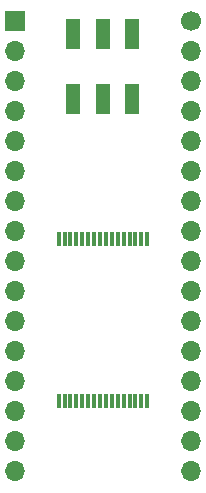
<source format=gbr>
%TF.GenerationSoftware,KiCad,Pcbnew,(6.0.0-0)*%
%TF.CreationDate,2023-01-04T17:37:19+01:00*%
%TF.ProjectId,sst39sf040-m27c4001,73737433-3973-4663-9034-302d6d323763,rev?*%
%TF.SameCoordinates,Original*%
%TF.FileFunction,Soldermask,Top*%
%TF.FilePolarity,Negative*%
%FSLAX46Y46*%
G04 Gerber Fmt 4.6, Leading zero omitted, Abs format (unit mm)*
G04 Created by KiCad (PCBNEW (6.0.0-0)) date 2023-01-04 17:37:19*
%MOMM*%
%LPD*%
G01*
G04 APERTURE LIST*
%ADD10R,1.200000X2.500000*%
%ADD11R,0.300000X1.300000*%
%ADD12O,1.700000X1.700000*%
%ADD13C,1.700000*%
%ADD14R,1.700000X1.700000*%
G04 APERTURE END LIST*
D10*
%TO.C,SW1*%
X130500000Y-61150000D03*
X133000000Y-61150000D03*
X135500000Y-61150000D03*
X130500000Y-66650000D03*
X133000000Y-66650000D03*
X135500000Y-66650000D03*
%TD*%
D11*
%TO.C,U1*%
X136750000Y-78550000D03*
X136250000Y-78550000D03*
X135750000Y-78550000D03*
X135250000Y-78550000D03*
X134750000Y-78550000D03*
X134250000Y-78550000D03*
X133750000Y-78550000D03*
X133250000Y-78550000D03*
X132750000Y-78550000D03*
X132250000Y-78550000D03*
X131750000Y-78550000D03*
X131250000Y-78550000D03*
X130750000Y-78550000D03*
X130250000Y-78550000D03*
X129750000Y-78550000D03*
X129250000Y-78550000D03*
X129250000Y-92250000D03*
X129750000Y-92250000D03*
X130250000Y-92250000D03*
X130750000Y-92250000D03*
X131250000Y-92250000D03*
X131750000Y-92250000D03*
X132250000Y-92250000D03*
X132750000Y-92250000D03*
X133250000Y-92250000D03*
X133750000Y-92250000D03*
X134250000Y-92250000D03*
X134750000Y-92250000D03*
X135250000Y-92250000D03*
X135750000Y-92250000D03*
X136250000Y-92250000D03*
X136750000Y-92250000D03*
%TD*%
D12*
%TO.C,J2*%
X140450000Y-98200000D03*
X140450000Y-95660000D03*
X140450000Y-93120000D03*
X140450000Y-90580000D03*
X140450000Y-88040000D03*
X140450000Y-85500000D03*
X140450000Y-82960000D03*
X140450000Y-80420000D03*
X140450000Y-77880000D03*
X140450000Y-75340000D03*
X140450000Y-72800000D03*
X140450000Y-70260000D03*
X140450000Y-67720000D03*
X140450000Y-65180000D03*
X140450000Y-62640000D03*
D13*
X140450000Y-60100000D03*
%TD*%
D14*
%TO.C,J1*%
X125550000Y-60100000D03*
D12*
X125550000Y-62640000D03*
X125550000Y-65180000D03*
X125550000Y-67720000D03*
X125550000Y-70260000D03*
X125550000Y-72800000D03*
X125550000Y-75340000D03*
X125550000Y-77880000D03*
X125550000Y-80420000D03*
X125550000Y-82960000D03*
X125550000Y-85500000D03*
X125550000Y-88040000D03*
X125550000Y-90580000D03*
X125550000Y-93120000D03*
X125550000Y-95660000D03*
X125550000Y-98200000D03*
%TD*%
M02*

</source>
